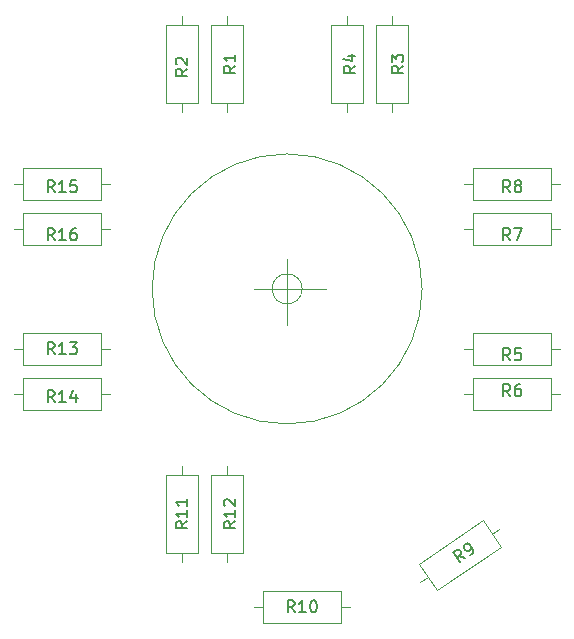
<source format=gbr>
G04 #@! TF.GenerationSoftware,KiCad,Pcbnew,(5.1.5)-3*
G04 #@! TF.CreationDate,2021-07-05T18:08:41+08:00*
G04 #@! TF.ProjectId,____,9b201f68-2e6b-4696-9361-645f70636258,rev?*
G04 #@! TF.SameCoordinates,Original*
G04 #@! TF.FileFunction,Legend,Top*
G04 #@! TF.FilePolarity,Positive*
%FSLAX46Y46*%
G04 Gerber Fmt 4.6, Leading zero omitted, Abs format (unit mm)*
G04 Created by KiCad (PCBNEW (5.1.5)-3) date 2021-07-05 18:08:41*
%MOMM*%
%LPD*%
G04 APERTURE LIST*
%ADD10C,0.120000*%
%ADD11C,0.150000*%
G04 APERTURE END LIST*
D10*
X146558000Y-89408000D02*
X146558000Y-94996000D01*
X143764000Y-91948000D02*
X149860000Y-91948000D01*
X147828000Y-91948000D02*
G75*
G03X147828000Y-91948000I-1270000J0D01*
G01*
X157988000Y-91948000D02*
G75*
G03X157988000Y-91948000I-11430000J0D01*
G01*
X141478000Y-76938000D02*
X141478000Y-76168000D01*
X141478000Y-68858000D02*
X141478000Y-69628000D01*
X142848000Y-76168000D02*
X142848000Y-69628000D01*
X140108000Y-76168000D02*
X142848000Y-76168000D01*
X140108000Y-69628000D02*
X140108000Y-76168000D01*
X142848000Y-69628000D02*
X140108000Y-69628000D01*
X123468000Y-86868000D02*
X124238000Y-86868000D01*
X131548000Y-86868000D02*
X130778000Y-86868000D01*
X124238000Y-88238000D02*
X130778000Y-88238000D01*
X124238000Y-85498000D02*
X124238000Y-88238000D01*
X130778000Y-85498000D02*
X124238000Y-85498000D01*
X130778000Y-88238000D02*
X130778000Y-85498000D01*
X123468000Y-83058000D02*
X124238000Y-83058000D01*
X131548000Y-83058000D02*
X130778000Y-83058000D01*
X124238000Y-84428000D02*
X130778000Y-84428000D01*
X124238000Y-81688000D02*
X124238000Y-84428000D01*
X130778000Y-81688000D02*
X124238000Y-81688000D01*
X130778000Y-84428000D02*
X130778000Y-81688000D01*
X123468000Y-100838000D02*
X124238000Y-100838000D01*
X131548000Y-100838000D02*
X130778000Y-100838000D01*
X124238000Y-102208000D02*
X130778000Y-102208000D01*
X124238000Y-99468000D02*
X124238000Y-102208000D01*
X130778000Y-99468000D02*
X124238000Y-99468000D01*
X130778000Y-102208000D02*
X130778000Y-99468000D01*
X123468000Y-97028000D02*
X124238000Y-97028000D01*
X131548000Y-97028000D02*
X130778000Y-97028000D01*
X124238000Y-98398000D02*
X130778000Y-98398000D01*
X124238000Y-95658000D02*
X124238000Y-98398000D01*
X130778000Y-95658000D02*
X124238000Y-95658000D01*
X130778000Y-98398000D02*
X130778000Y-95658000D01*
X141478000Y-115038000D02*
X141478000Y-114268000D01*
X141478000Y-106958000D02*
X141478000Y-107728000D01*
X142848000Y-114268000D02*
X142848000Y-107728000D01*
X140108000Y-114268000D02*
X142848000Y-114268000D01*
X140108000Y-107728000D02*
X140108000Y-114268000D01*
X142848000Y-107728000D02*
X140108000Y-107728000D01*
X137668000Y-115038000D02*
X137668000Y-114268000D01*
X137668000Y-106958000D02*
X137668000Y-107728000D01*
X139038000Y-114268000D02*
X139038000Y-107728000D01*
X136298000Y-114268000D02*
X139038000Y-114268000D01*
X136298000Y-107728000D02*
X136298000Y-114268000D01*
X139038000Y-107728000D02*
X136298000Y-107728000D01*
X143788000Y-118872000D02*
X144558000Y-118872000D01*
X151868000Y-118872000D02*
X151098000Y-118872000D01*
X144558000Y-120242000D02*
X151098000Y-120242000D01*
X144558000Y-117502000D02*
X144558000Y-120242000D01*
X151098000Y-117502000D02*
X144558000Y-117502000D01*
X151098000Y-120242000D02*
X151098000Y-117502000D01*
X164532823Y-112248161D02*
X163894464Y-112678739D01*
X157834199Y-116766439D02*
X158472558Y-116335861D01*
X163128369Y-111542958D02*
X157706464Y-115200079D01*
X164660558Y-113814521D02*
X163128369Y-111542958D01*
X159238652Y-117471642D02*
X164660558Y-113814521D01*
X157706464Y-115200079D02*
X159238652Y-117471642D01*
X161568000Y-83058000D02*
X162338000Y-83058000D01*
X169648000Y-83058000D02*
X168878000Y-83058000D01*
X162338000Y-84428000D02*
X168878000Y-84428000D01*
X162338000Y-81688000D02*
X162338000Y-84428000D01*
X168878000Y-81688000D02*
X162338000Y-81688000D01*
X168878000Y-84428000D02*
X168878000Y-81688000D01*
X161568000Y-86868000D02*
X162338000Y-86868000D01*
X169648000Y-86868000D02*
X168878000Y-86868000D01*
X162338000Y-88238000D02*
X168878000Y-88238000D01*
X162338000Y-85498000D02*
X162338000Y-88238000D01*
X168878000Y-85498000D02*
X162338000Y-85498000D01*
X168878000Y-88238000D02*
X168878000Y-85498000D01*
X161568000Y-97028000D02*
X162338000Y-97028000D01*
X169648000Y-97028000D02*
X168878000Y-97028000D01*
X162338000Y-98398000D02*
X168878000Y-98398000D01*
X162338000Y-95658000D02*
X162338000Y-98398000D01*
X168878000Y-95658000D02*
X162338000Y-95658000D01*
X168878000Y-98398000D02*
X168878000Y-95658000D01*
X169648000Y-100838000D02*
X168878000Y-100838000D01*
X161568000Y-100838000D02*
X162338000Y-100838000D01*
X168878000Y-99468000D02*
X162338000Y-99468000D01*
X168878000Y-102208000D02*
X168878000Y-99468000D01*
X162338000Y-102208000D02*
X168878000Y-102208000D01*
X162338000Y-99468000D02*
X162338000Y-102208000D01*
X151638000Y-76938000D02*
X151638000Y-76168000D01*
X151638000Y-68858000D02*
X151638000Y-69628000D01*
X153008000Y-76168000D02*
X153008000Y-69628000D01*
X150268000Y-76168000D02*
X153008000Y-76168000D01*
X150268000Y-69628000D02*
X150268000Y-76168000D01*
X153008000Y-69628000D02*
X150268000Y-69628000D01*
X155448000Y-76938000D02*
X155448000Y-76168000D01*
X155448000Y-68858000D02*
X155448000Y-69628000D01*
X156818000Y-76168000D02*
X156818000Y-69628000D01*
X154078000Y-76168000D02*
X156818000Y-76168000D01*
X154078000Y-69628000D02*
X154078000Y-76168000D01*
X156818000Y-69628000D02*
X154078000Y-69628000D01*
X137668000Y-76938000D02*
X137668000Y-76168000D01*
X137668000Y-68858000D02*
X137668000Y-69628000D01*
X139038000Y-76168000D02*
X139038000Y-69628000D01*
X136298000Y-76168000D02*
X139038000Y-76168000D01*
X136298000Y-69628000D02*
X136298000Y-76168000D01*
X139038000Y-69628000D02*
X136298000Y-69628000D01*
D11*
X142184380Y-73064666D02*
X141708190Y-73398000D01*
X142184380Y-73636095D02*
X141184380Y-73636095D01*
X141184380Y-73255142D01*
X141232000Y-73159904D01*
X141279619Y-73112285D01*
X141374857Y-73064666D01*
X141517714Y-73064666D01*
X141612952Y-73112285D01*
X141660571Y-73159904D01*
X141708190Y-73255142D01*
X141708190Y-73636095D01*
X142184380Y-72112285D02*
X142184380Y-72683714D01*
X142184380Y-72398000D02*
X141184380Y-72398000D01*
X141327238Y-72493238D01*
X141422476Y-72588476D01*
X141470095Y-72683714D01*
X126865142Y-87828380D02*
X126531809Y-87352190D01*
X126293714Y-87828380D02*
X126293714Y-86828380D01*
X126674666Y-86828380D01*
X126769904Y-86876000D01*
X126817523Y-86923619D01*
X126865142Y-87018857D01*
X126865142Y-87161714D01*
X126817523Y-87256952D01*
X126769904Y-87304571D01*
X126674666Y-87352190D01*
X126293714Y-87352190D01*
X127817523Y-87828380D02*
X127246095Y-87828380D01*
X127531809Y-87828380D02*
X127531809Y-86828380D01*
X127436571Y-86971238D01*
X127341333Y-87066476D01*
X127246095Y-87114095D01*
X128674666Y-86828380D02*
X128484190Y-86828380D01*
X128388952Y-86876000D01*
X128341333Y-86923619D01*
X128246095Y-87066476D01*
X128198476Y-87256952D01*
X128198476Y-87637904D01*
X128246095Y-87733142D01*
X128293714Y-87780761D01*
X128388952Y-87828380D01*
X128579428Y-87828380D01*
X128674666Y-87780761D01*
X128722285Y-87733142D01*
X128769904Y-87637904D01*
X128769904Y-87399809D01*
X128722285Y-87304571D01*
X128674666Y-87256952D01*
X128579428Y-87209333D01*
X128388952Y-87209333D01*
X128293714Y-87256952D01*
X128246095Y-87304571D01*
X128198476Y-87399809D01*
X126865142Y-83764380D02*
X126531809Y-83288190D01*
X126293714Y-83764380D02*
X126293714Y-82764380D01*
X126674666Y-82764380D01*
X126769904Y-82812000D01*
X126817523Y-82859619D01*
X126865142Y-82954857D01*
X126865142Y-83097714D01*
X126817523Y-83192952D01*
X126769904Y-83240571D01*
X126674666Y-83288190D01*
X126293714Y-83288190D01*
X127817523Y-83764380D02*
X127246095Y-83764380D01*
X127531809Y-83764380D02*
X127531809Y-82764380D01*
X127436571Y-82907238D01*
X127341333Y-83002476D01*
X127246095Y-83050095D01*
X128722285Y-82764380D02*
X128246095Y-82764380D01*
X128198476Y-83240571D01*
X128246095Y-83192952D01*
X128341333Y-83145333D01*
X128579428Y-83145333D01*
X128674666Y-83192952D01*
X128722285Y-83240571D01*
X128769904Y-83335809D01*
X128769904Y-83573904D01*
X128722285Y-83669142D01*
X128674666Y-83716761D01*
X128579428Y-83764380D01*
X128341333Y-83764380D01*
X128246095Y-83716761D01*
X128198476Y-83669142D01*
X126865142Y-101544380D02*
X126531809Y-101068190D01*
X126293714Y-101544380D02*
X126293714Y-100544380D01*
X126674666Y-100544380D01*
X126769904Y-100592000D01*
X126817523Y-100639619D01*
X126865142Y-100734857D01*
X126865142Y-100877714D01*
X126817523Y-100972952D01*
X126769904Y-101020571D01*
X126674666Y-101068190D01*
X126293714Y-101068190D01*
X127817523Y-101544380D02*
X127246095Y-101544380D01*
X127531809Y-101544380D02*
X127531809Y-100544380D01*
X127436571Y-100687238D01*
X127341333Y-100782476D01*
X127246095Y-100830095D01*
X128674666Y-100877714D02*
X128674666Y-101544380D01*
X128436571Y-100496761D02*
X128198476Y-101211047D01*
X128817523Y-101211047D01*
X126865142Y-97480380D02*
X126531809Y-97004190D01*
X126293714Y-97480380D02*
X126293714Y-96480380D01*
X126674666Y-96480380D01*
X126769904Y-96528000D01*
X126817523Y-96575619D01*
X126865142Y-96670857D01*
X126865142Y-96813714D01*
X126817523Y-96908952D01*
X126769904Y-96956571D01*
X126674666Y-97004190D01*
X126293714Y-97004190D01*
X127817523Y-97480380D02*
X127246095Y-97480380D01*
X127531809Y-97480380D02*
X127531809Y-96480380D01*
X127436571Y-96623238D01*
X127341333Y-96718476D01*
X127246095Y-96766095D01*
X128150857Y-96480380D02*
X128769904Y-96480380D01*
X128436571Y-96861333D01*
X128579428Y-96861333D01*
X128674666Y-96908952D01*
X128722285Y-96956571D01*
X128769904Y-97051809D01*
X128769904Y-97289904D01*
X128722285Y-97385142D01*
X128674666Y-97432761D01*
X128579428Y-97480380D01*
X128293714Y-97480380D01*
X128198476Y-97432761D01*
X128150857Y-97385142D01*
X142184380Y-111640857D02*
X141708190Y-111974190D01*
X142184380Y-112212285D02*
X141184380Y-112212285D01*
X141184380Y-111831333D01*
X141232000Y-111736095D01*
X141279619Y-111688476D01*
X141374857Y-111640857D01*
X141517714Y-111640857D01*
X141612952Y-111688476D01*
X141660571Y-111736095D01*
X141708190Y-111831333D01*
X141708190Y-112212285D01*
X142184380Y-110688476D02*
X142184380Y-111259904D01*
X142184380Y-110974190D02*
X141184380Y-110974190D01*
X141327238Y-111069428D01*
X141422476Y-111164666D01*
X141470095Y-111259904D01*
X141279619Y-110307523D02*
X141232000Y-110259904D01*
X141184380Y-110164666D01*
X141184380Y-109926571D01*
X141232000Y-109831333D01*
X141279619Y-109783714D01*
X141374857Y-109736095D01*
X141470095Y-109736095D01*
X141612952Y-109783714D01*
X142184380Y-110355142D01*
X142184380Y-109736095D01*
X138120380Y-111640857D02*
X137644190Y-111974190D01*
X138120380Y-112212285D02*
X137120380Y-112212285D01*
X137120380Y-111831333D01*
X137168000Y-111736095D01*
X137215619Y-111688476D01*
X137310857Y-111640857D01*
X137453714Y-111640857D01*
X137548952Y-111688476D01*
X137596571Y-111736095D01*
X137644190Y-111831333D01*
X137644190Y-112212285D01*
X138120380Y-110688476D02*
X138120380Y-111259904D01*
X138120380Y-110974190D02*
X137120380Y-110974190D01*
X137263238Y-111069428D01*
X137358476Y-111164666D01*
X137406095Y-111259904D01*
X138120380Y-109736095D02*
X138120380Y-110307523D01*
X138120380Y-110021809D02*
X137120380Y-110021809D01*
X137263238Y-110117047D01*
X137358476Y-110212285D01*
X137406095Y-110307523D01*
X147185142Y-119324380D02*
X146851809Y-118848190D01*
X146613714Y-119324380D02*
X146613714Y-118324380D01*
X146994666Y-118324380D01*
X147089904Y-118372000D01*
X147137523Y-118419619D01*
X147185142Y-118514857D01*
X147185142Y-118657714D01*
X147137523Y-118752952D01*
X147089904Y-118800571D01*
X146994666Y-118848190D01*
X146613714Y-118848190D01*
X148137523Y-119324380D02*
X147566095Y-119324380D01*
X147851809Y-119324380D02*
X147851809Y-118324380D01*
X147756571Y-118467238D01*
X147661333Y-118562476D01*
X147566095Y-118610095D01*
X148756571Y-118324380D02*
X148851809Y-118324380D01*
X148947047Y-118372000D01*
X148994666Y-118419619D01*
X149042285Y-118514857D01*
X149089904Y-118705333D01*
X149089904Y-118943428D01*
X149042285Y-119133904D01*
X148994666Y-119229142D01*
X148947047Y-119276761D01*
X148851809Y-119324380D01*
X148756571Y-119324380D01*
X148661333Y-119276761D01*
X148613714Y-119229142D01*
X148566095Y-119133904D01*
X148518476Y-118943428D01*
X148518476Y-118705333D01*
X148566095Y-118514857D01*
X148613714Y-118419619D01*
X148661333Y-118372000D01*
X148756571Y-118324380D01*
X161658795Y-114768239D02*
X161116167Y-114559857D01*
X161185059Y-115087778D02*
X160625866Y-114258740D01*
X160941690Y-114045714D01*
X161047274Y-114031936D01*
X161113380Y-114044786D01*
X161206115Y-114097113D01*
X161286000Y-114215547D01*
X161299778Y-114321132D01*
X161286928Y-114387238D01*
X161234601Y-114479972D01*
X160918777Y-114692998D01*
X162053575Y-114501957D02*
X162211487Y-114395444D01*
X162263814Y-114302709D01*
X162276664Y-114236603D01*
X162275735Y-114064913D01*
X162208700Y-113880373D01*
X161995674Y-113564549D01*
X161902940Y-113512221D01*
X161836834Y-113499371D01*
X161731250Y-113513150D01*
X161573338Y-113619663D01*
X161521010Y-113712397D01*
X161508160Y-113778503D01*
X161521939Y-113884088D01*
X161655080Y-114081478D01*
X161747814Y-114133805D01*
X161813920Y-114146655D01*
X161919505Y-114132876D01*
X162077417Y-114026364D01*
X162129744Y-113933629D01*
X162142594Y-113867523D01*
X162128816Y-113761939D01*
X165441333Y-83764380D02*
X165108000Y-83288190D01*
X164869904Y-83764380D02*
X164869904Y-82764380D01*
X165250857Y-82764380D01*
X165346095Y-82812000D01*
X165393714Y-82859619D01*
X165441333Y-82954857D01*
X165441333Y-83097714D01*
X165393714Y-83192952D01*
X165346095Y-83240571D01*
X165250857Y-83288190D01*
X164869904Y-83288190D01*
X166012761Y-83192952D02*
X165917523Y-83145333D01*
X165869904Y-83097714D01*
X165822285Y-83002476D01*
X165822285Y-82954857D01*
X165869904Y-82859619D01*
X165917523Y-82812000D01*
X166012761Y-82764380D01*
X166203238Y-82764380D01*
X166298476Y-82812000D01*
X166346095Y-82859619D01*
X166393714Y-82954857D01*
X166393714Y-83002476D01*
X166346095Y-83097714D01*
X166298476Y-83145333D01*
X166203238Y-83192952D01*
X166012761Y-83192952D01*
X165917523Y-83240571D01*
X165869904Y-83288190D01*
X165822285Y-83383428D01*
X165822285Y-83573904D01*
X165869904Y-83669142D01*
X165917523Y-83716761D01*
X166012761Y-83764380D01*
X166203238Y-83764380D01*
X166298476Y-83716761D01*
X166346095Y-83669142D01*
X166393714Y-83573904D01*
X166393714Y-83383428D01*
X166346095Y-83288190D01*
X166298476Y-83240571D01*
X166203238Y-83192952D01*
X165441333Y-87828380D02*
X165108000Y-87352190D01*
X164869904Y-87828380D02*
X164869904Y-86828380D01*
X165250857Y-86828380D01*
X165346095Y-86876000D01*
X165393714Y-86923619D01*
X165441333Y-87018857D01*
X165441333Y-87161714D01*
X165393714Y-87256952D01*
X165346095Y-87304571D01*
X165250857Y-87352190D01*
X164869904Y-87352190D01*
X165774666Y-86828380D02*
X166441333Y-86828380D01*
X166012761Y-87828380D01*
X165441333Y-101036380D02*
X165108000Y-100560190D01*
X164869904Y-101036380D02*
X164869904Y-100036380D01*
X165250857Y-100036380D01*
X165346095Y-100084000D01*
X165393714Y-100131619D01*
X165441333Y-100226857D01*
X165441333Y-100369714D01*
X165393714Y-100464952D01*
X165346095Y-100512571D01*
X165250857Y-100560190D01*
X164869904Y-100560190D01*
X166298476Y-100036380D02*
X166108000Y-100036380D01*
X166012761Y-100084000D01*
X165965142Y-100131619D01*
X165869904Y-100274476D01*
X165822285Y-100464952D01*
X165822285Y-100845904D01*
X165869904Y-100941142D01*
X165917523Y-100988761D01*
X166012761Y-101036380D01*
X166203238Y-101036380D01*
X166298476Y-100988761D01*
X166346095Y-100941142D01*
X166393714Y-100845904D01*
X166393714Y-100607809D01*
X166346095Y-100512571D01*
X166298476Y-100464952D01*
X166203238Y-100417333D01*
X166012761Y-100417333D01*
X165917523Y-100464952D01*
X165869904Y-100512571D01*
X165822285Y-100607809D01*
X165441333Y-97988380D02*
X165108000Y-97512190D01*
X164869904Y-97988380D02*
X164869904Y-96988380D01*
X165250857Y-96988380D01*
X165346095Y-97036000D01*
X165393714Y-97083619D01*
X165441333Y-97178857D01*
X165441333Y-97321714D01*
X165393714Y-97416952D01*
X165346095Y-97464571D01*
X165250857Y-97512190D01*
X164869904Y-97512190D01*
X166346095Y-96988380D02*
X165869904Y-96988380D01*
X165822285Y-97464571D01*
X165869904Y-97416952D01*
X165965142Y-97369333D01*
X166203238Y-97369333D01*
X166298476Y-97416952D01*
X166346095Y-97464571D01*
X166393714Y-97559809D01*
X166393714Y-97797904D01*
X166346095Y-97893142D01*
X166298476Y-97940761D01*
X166203238Y-97988380D01*
X165965142Y-97988380D01*
X165869904Y-97940761D01*
X165822285Y-97893142D01*
X152344380Y-73064666D02*
X151868190Y-73398000D01*
X152344380Y-73636095D02*
X151344380Y-73636095D01*
X151344380Y-73255142D01*
X151392000Y-73159904D01*
X151439619Y-73112285D01*
X151534857Y-73064666D01*
X151677714Y-73064666D01*
X151772952Y-73112285D01*
X151820571Y-73159904D01*
X151868190Y-73255142D01*
X151868190Y-73636095D01*
X151677714Y-72207523D02*
X152344380Y-72207523D01*
X151296761Y-72445619D02*
X152011047Y-72683714D01*
X152011047Y-72064666D01*
X156408380Y-73064666D02*
X155932190Y-73398000D01*
X156408380Y-73636095D02*
X155408380Y-73636095D01*
X155408380Y-73255142D01*
X155456000Y-73159904D01*
X155503619Y-73112285D01*
X155598857Y-73064666D01*
X155741714Y-73064666D01*
X155836952Y-73112285D01*
X155884571Y-73159904D01*
X155932190Y-73255142D01*
X155932190Y-73636095D01*
X155408380Y-72731333D02*
X155408380Y-72112285D01*
X155789333Y-72445619D01*
X155789333Y-72302761D01*
X155836952Y-72207523D01*
X155884571Y-72159904D01*
X155979809Y-72112285D01*
X156217904Y-72112285D01*
X156313142Y-72159904D01*
X156360761Y-72207523D01*
X156408380Y-72302761D01*
X156408380Y-72588476D01*
X156360761Y-72683714D01*
X156313142Y-72731333D01*
X138120380Y-73318666D02*
X137644190Y-73652000D01*
X138120380Y-73890095D02*
X137120380Y-73890095D01*
X137120380Y-73509142D01*
X137168000Y-73413904D01*
X137215619Y-73366285D01*
X137310857Y-73318666D01*
X137453714Y-73318666D01*
X137548952Y-73366285D01*
X137596571Y-73413904D01*
X137644190Y-73509142D01*
X137644190Y-73890095D01*
X137215619Y-72937714D02*
X137168000Y-72890095D01*
X137120380Y-72794857D01*
X137120380Y-72556761D01*
X137168000Y-72461523D01*
X137215619Y-72413904D01*
X137310857Y-72366285D01*
X137406095Y-72366285D01*
X137548952Y-72413904D01*
X138120380Y-72985333D01*
X138120380Y-72366285D01*
M02*

</source>
